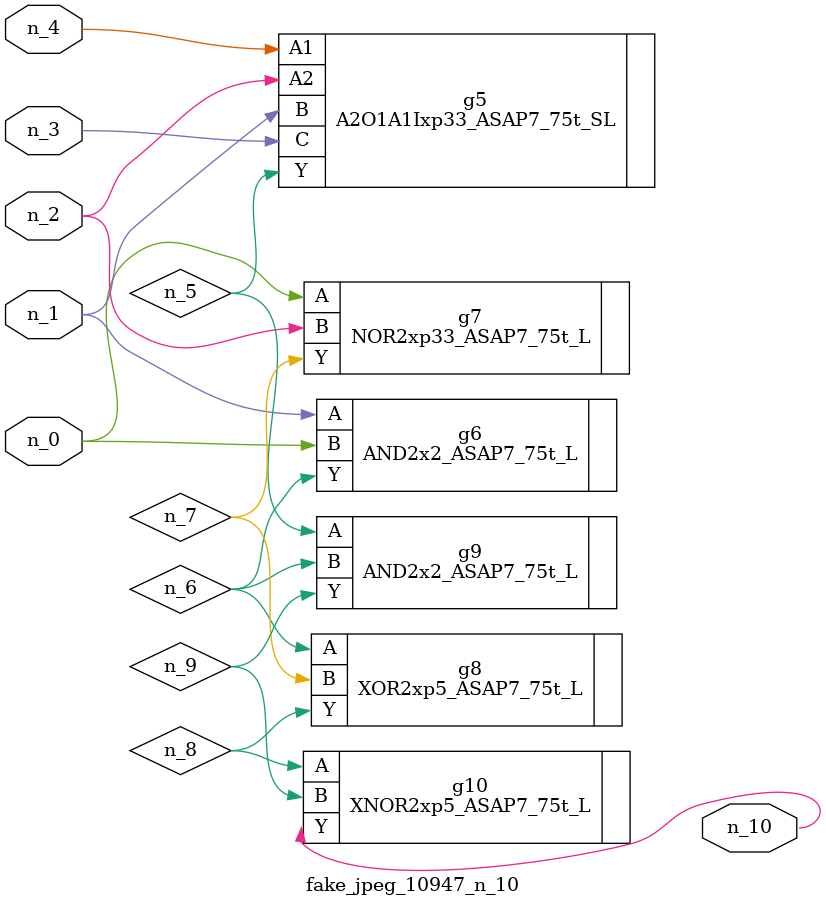
<source format=v>
module fake_jpeg_10947_n_10 (n_3, n_2, n_1, n_0, n_4, n_10);

input n_3;
input n_2;
input n_1;
input n_0;
input n_4;

output n_10;

wire n_8;
wire n_9;
wire n_6;
wire n_5;
wire n_7;

A2O1A1Ixp33_ASAP7_75t_SL g5 ( 
.A1(n_4),
.A2(n_2),
.B(n_1),
.C(n_3),
.Y(n_5)
);

AND2x2_ASAP7_75t_L g6 ( 
.A(n_1),
.B(n_0),
.Y(n_6)
);

NOR2xp33_ASAP7_75t_L g7 ( 
.A(n_0),
.B(n_2),
.Y(n_7)
);

XOR2xp5_ASAP7_75t_L g8 ( 
.A(n_6),
.B(n_7),
.Y(n_8)
);

XNOR2xp5_ASAP7_75t_L g10 ( 
.A(n_8),
.B(n_9),
.Y(n_10)
);

AND2x2_ASAP7_75t_L g9 ( 
.A(n_5),
.B(n_6),
.Y(n_9)
);


endmodule
</source>
